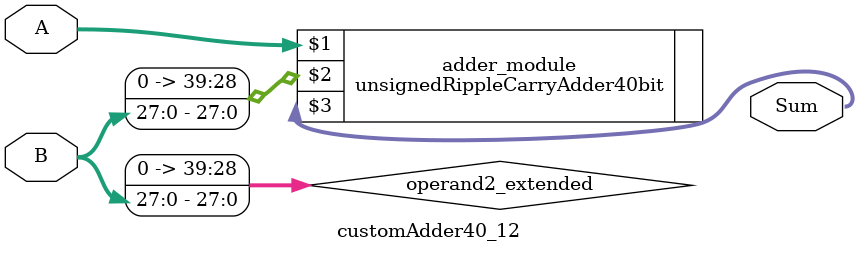
<source format=v>
module customAdder40_12(
                        input [39 : 0] A,
                        input [27 : 0] B,
                        
                        output [40 : 0] Sum
                );

        wire [39 : 0] operand2_extended;
        
        assign operand2_extended =  {12'b0, B};
        
        unsignedRippleCarryAdder40bit adder_module(
            A,
            operand2_extended,
            Sum
        );
        
        endmodule
        
</source>
